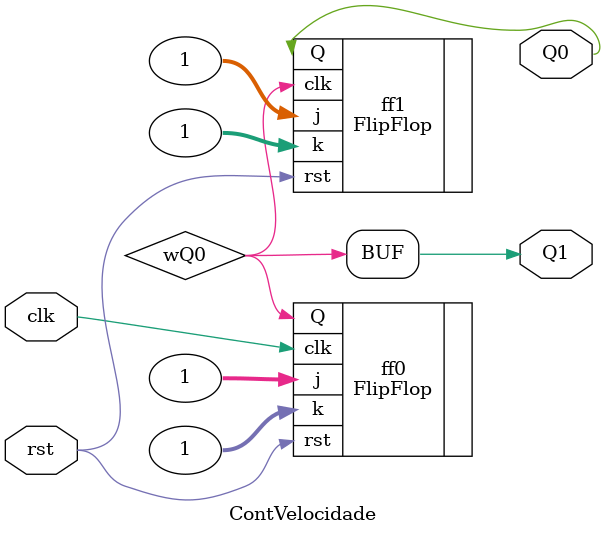
<source format=v>
module ContVelocidade(
	input clk, rst,
	output Q0, Q1
);
	wire wQ0, n_Q0;
	
	FlipFlop ff0(.j(1), .k(1), .clk(clk), .Q(wQ0), .rst(rst));
	FlipFlop ff1(.j(1), .k(1), .clk(wQ0), .Q(Q0), .rst(rst));
	not not0(n_Q0, wQ0);
	not not1(Q1, n_Q0);
endmodule

</source>
